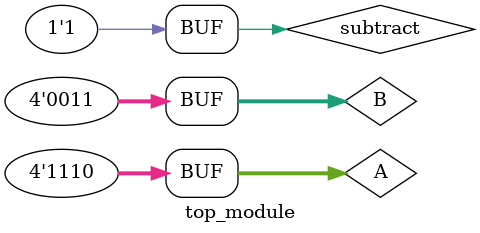
<source format=v>
module top_module;
    
    reg [3:0] A;
    reg [3:0] B;
    reg subtract; // 0 for addition, 1 for subtraction
    wire [3:0] S;
    wire overflow;
  	
  	initial begin
      	A = 4'b1110;
      	B = 4'b0011;
      	subtract = 1;
    end
  
    binary_adder_subtractor uut (
      	.A(A),
        .B(B),
        .subtract(subtract),
        .S(S),
        .overflow(overflow)
    );
    
  initial $monitor("A = %d, B = %d, S = %d, Overflow = %d", A, B, S, overflow);
endmodule

</source>
